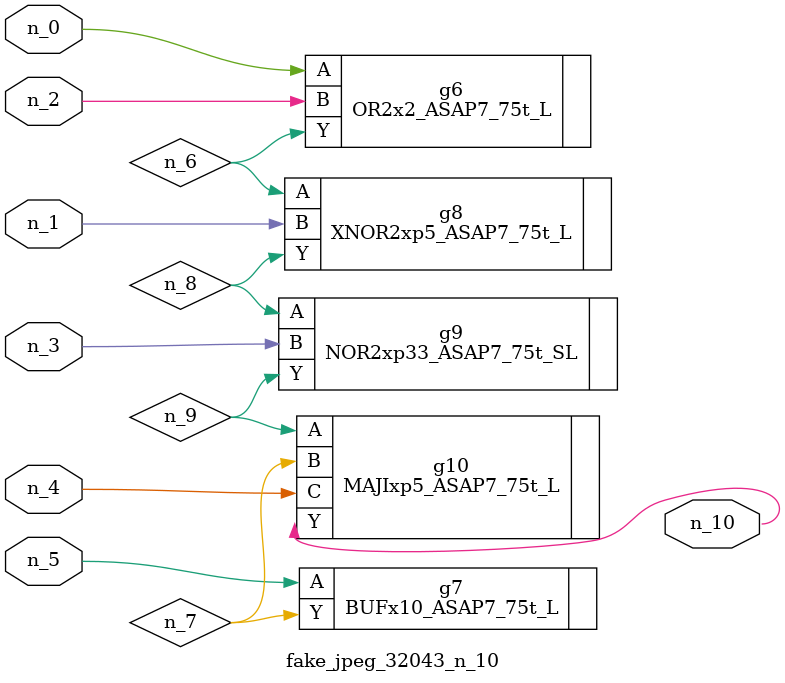
<source format=v>
module fake_jpeg_32043_n_10 (n_3, n_2, n_1, n_0, n_4, n_5, n_10);

input n_3;
input n_2;
input n_1;
input n_0;
input n_4;
input n_5;

output n_10;

wire n_8;
wire n_9;
wire n_6;
wire n_7;

OR2x2_ASAP7_75t_L g6 ( 
.A(n_0),
.B(n_2),
.Y(n_6)
);

BUFx10_ASAP7_75t_L g7 ( 
.A(n_5),
.Y(n_7)
);

XNOR2xp5_ASAP7_75t_L g8 ( 
.A(n_6),
.B(n_1),
.Y(n_8)
);

NOR2xp33_ASAP7_75t_SL g9 ( 
.A(n_8),
.B(n_3),
.Y(n_9)
);

MAJIxp5_ASAP7_75t_L g10 ( 
.A(n_9),
.B(n_7),
.C(n_4),
.Y(n_10)
);


endmodule
</source>
